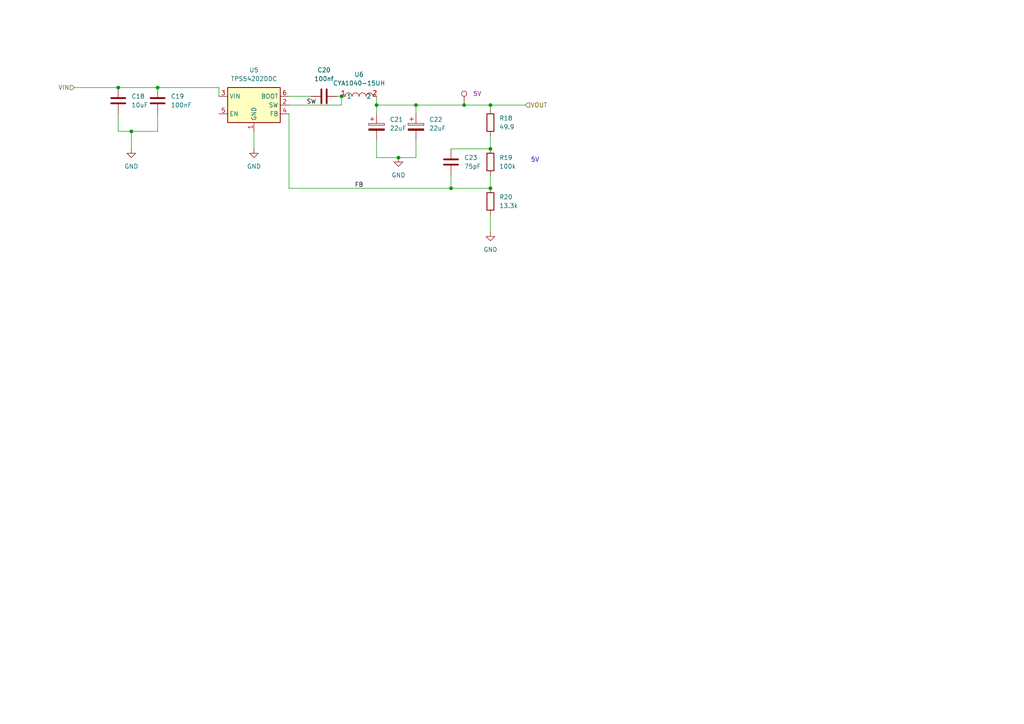
<source format=kicad_sch>
(kicad_sch (version 20250114) (generator "eeschema") (generator_version "9.0")
  (paper "A4")
  (lib_symbols
    (symbol "Device:C" (pin_numbers (hide yes)) (pin_names (offset 0.254))
      (property "Reference" "C" (at 0.635 2.54 0))
      (property "Value" "C" (at 0.635 -2.54 0))
      (symbol "C_0_1"
        (polyline (pts (xy -2.032 0.762) (xy 2.032 0.762)) (stroke (width 0.508)))
        (polyline (pts (xy -2.032 -0.762) (xy 2.032 -0.762)) (stroke (width 0.508)))
      )
      (symbol "C_1_1"
        (pin passive line (at 0 3.81 270) (length 2.794) (name "~") (number "1"))
        (pin passive line (at 0 -3.81 90) (length 2.794) (name "~") (number "2"))
      )
    )
    (symbol "Device:C_Polarized" (pin_numbers (hide yes)) (pin_names (offset 0.254))
      (property "Reference" "C" (at 0.635 2.54 0))
      (property "Value" "C_Polarized" (at 0.635 -2.54 0))
      (symbol "C_Polarized_0_1"
        (rectangle (start -2.286 0.508) (end 2.286 1.016))
        (polyline (pts (xy -1.778 2.286) (xy -0.762 2.286)))
        (polyline (pts (xy -1.27 2.794) (xy -1.27 1.778)))
        (rectangle (start 2.286 -0.508) (end -2.286 -1.016) (fill (type outline)))
      )
      (symbol "C_Polarized_1_1"
        (pin passive line (at 0 3.81 270) (length 2.794) (name "~") (number "1"))
        (pin passive line (at 0 -3.81 90) (length 2.794) (name "~") (number "2"))
      )
    )
    (symbol "Device:R" (pin_numbers (hide yes)) (pin_names (offset 0))
      (property "Reference" "R" (at 2.032 0 90))
      (property "Value" "R" (at 0 0 90))
      (symbol "R_0_1"
        (rectangle (start -1.016 -2.54) (end 1.016 2.54) (stroke (width 0.254)))
      )
      (symbol "R_1_1"
        (pin passive line (at 0 3.81 270) (length 1.27) (name "~") (number "1"))
        (pin passive line (at 0 -3.81 90) (length 1.27) (name "~") (number "2"))
      )
    )
    (symbol "Regulator_Switching:TPS54202DDC"
      (property "Reference" "U" (at -7.62 6.35 0))
      (property "Value" "TPS54202DDC" (at 0 6.35 0))
      (symbol "TPS54202DDC_0_1"
        (rectangle (start -7.62 5.08) (end 7.62 -5.08) (stroke (width 0.254)) (fill (type background)))
      )
      (symbol "TPS54202DDC_1_1"
        (pin power_in line (at -10.16 2.54 0) (length 2.54) (name "VIN") (number "3"))
        (pin input line (at -10.16 -2.54 0) (length 2.54) (name "EN") (number "5"))
        (pin power_in line (at 0 -7.62 90) (length 2.54) (name "GND") (number "1"))
        (pin passive line (at 10.16 2.54 180) (length 2.54) (name "BOOT") (number "6"))
        (pin power_out line (at 10.16 0 180) (length 2.54) (name "SW") (number "2"))
        (pin input line (at 10.16 -2.54 180) (length 2.54) (name "FB") (number "4"))
      )
    )
    (symbol "easyeda2kicad:CYA1040-15UH"
      (property "Reference" "U" (at 0 5.08 0))
      (property "Value" "CYA1040-15UH" (at 0 -5.08 0))
      (symbol "CYA1040-15UH_0_1"
        (arc (start -4.06 -0.01) (mid -3.055 1.013) (end -2.03 0.01))
        (arc (start -2.03 -0.01) (mid -1.025 1.013) (end 0 0.01))
        (arc (start 0 -0.01) (mid 1.005 1.013) (end 2.03 0.01))
        (arc (start 2.03 -0.01) (mid 3.035 1.013) (end 4.06 0.01))
        (pin unspecified line (at -5.08 0 0) (length 1.016) (name "1") (number "1"))
        (pin unspecified line (at 5.08 0 180) (length 1.016) (name "2") (number "2"))
      )
    )
    (symbol "easyeda2kicad:LabeledTestPoint" (pin_numbers (hide yes)) (pin_names (offset 0.762) (hide yes)) (in_bom no)
      (property "Label" "label" (at 0 5.08 0))
      (symbol "LabeledTestPoint_0_1"
        (circle (center 0 3.302) (radius 0.762))
      )
      (symbol "LabeledTestPoint_1_1"
        (pin passive line (at 0 0 90) (length 2.54) (name "1") (number "1"))
      )
    )
    (symbol "power:GND" (power) (pin_numbers (hide yes)) (pin_names (offset 0) (hide yes))
      (property "Value" "GND" (at 0 -3.81 0))
      (symbol "GND_0_1"
        (polyline (pts (xy 0 0) (xy 0 -1.27) (xy 1.27 -1.27) (xy 0 -2.54) (xy -1.27 -1.27) (xy 0 -1.27)))
      )
      (symbol "GND_1_1"
        (pin power_in line (at 0 0 270) (length 0) (name "~") (number "1"))
      )
    )
  )
  (text "5V" (at 155.194 46.482 0) (effects (font (size 1.27 1.27))))
  (junction (at 142.24 43.18))
  (junction (at 142.24 54.61))
  (junction (at 99.06 27.94))
  (junction (at 142.24 30.48))
  (junction (at 134.62 30.48))
  (junction (at 109.22 30.48))
  (junction (at 34.29 25.4))
  (junction (at 115.57 45.72))
  (junction (at 130.81 54.61))
  (junction (at 38.1 38.1))
  (junction (at 45.72 25.4))
  (junction (at 120.65 30.48))
  (wire (pts (xy 109.22 40.64) (xy 109.22 45.72)))
  (wire (pts (xy 34.29 25.4) (xy 45.72 25.4)))
  (wire (pts (xy 142.24 30.48) (xy 142.24 31.75)))
  (wire (pts (xy 142.24 30.48) (xy 152.4 30.48)))
  (wire (pts (xy 109.22 45.72) (xy 115.57 45.72)))
  (wire (pts (xy 142.24 50.8) (xy 142.24 54.61)))
  (wire (pts (xy 73.66 38.1) (xy 73.66 43.18)))
  (wire (pts (xy 120.65 30.48) (xy 120.65 33.02)))
  (wire (pts (xy 142.24 62.23) (xy 142.24 67.31)))
  (wire (pts (xy 130.81 54.61) (xy 130.81 50.8)))
  (wire (pts (xy 45.72 25.4) (xy 63.5 25.4)))
  (wire (pts (xy 83.82 54.61) (xy 130.81 54.61)))
  (wire (pts (xy 120.65 30.48) (xy 134.62 30.48)))
  (wire (pts (xy 109.22 27.94) (xy 109.22 30.48)))
  (wire (pts (xy 45.72 38.1) (xy 38.1 38.1)))
  (wire (pts (xy 34.29 33.02) (xy 34.29 38.1)))
  (wire (pts (xy 130.81 54.61) (xy 142.24 54.61)))
  (wire (pts (xy 142.24 43.18) (xy 130.81 43.18)))
  (wire (pts (xy 38.1 38.1) (xy 38.1 43.18)))
  (wire (pts (xy 109.22 30.48) (xy 120.65 30.48)))
  (wire (pts (xy 115.57 45.72) (xy 120.65 45.72)))
  (wire (pts (xy 83.82 33.02) (xy 83.82 54.61)))
  (wire (pts (xy 45.72 33.02) (xy 45.72 38.1)))
  (wire (pts (xy 63.5 25.4) (xy 63.5 27.94)))
  (wire (pts (xy 21.59 25.4) (xy 34.29 25.4)))
  (wire (pts (xy 134.62 30.48) (xy 142.24 30.48)))
  (wire (pts (xy 83.82 30.48) (xy 99.06 30.48)))
  (wire (pts (xy 97.79 27.94) (xy 99.06 27.94)))
  (wire (pts (xy 142.24 39.37) (xy 142.24 43.18)))
  (wire (pts (xy 120.65 40.64) (xy 120.65 45.72)))
  (wire (pts (xy 99.06 27.94) (xy 99.06 30.48)))
  (wire (pts (xy 83.82 27.94) (xy 90.17 27.94)))
  (wire (pts (xy 34.29 38.1) (xy 38.1 38.1)))
  (wire (pts (xy 109.22 30.48) (xy 109.22 33.02)))
  (label "FB" (at 102.87 54.61 0))
  (label "SW" (at 88.9 30.48 0))
  (hierarchical_label "VIN" (shape input) (at 21.59 25.4 180))
  (hierarchical_label "VOUT" (shape input) (at 152.4 30.48 0))
  (symbol (lib_id "power:GND") (at 142.24 67.31 0) (unit 1)
    (property "Reference" "#PWR027" (effects (hide yes)))
    (property "Value" "GND" (at 142.24 72.39 0))
    (property "Description" "Power symbol creates a global label with name \"GND\" , ground" (effects (hide yes)))
  )
  (symbol (lib_id "power:GND") (at 38.1 43.18 0) (unit 1)
    (property "Reference" "#PWR024" (effects (hide yes)))
    (property "Value" "GND" (at 38.1 48.26 0))
    (property "Description" "Power symbol creates a global label with name \"GND\" , ground" (effects (hide yes)))
  )
  (symbol (lib_id "Device:R") (at 142.24 46.99 0) (unit 1)
    (property "Reference" "R19" (at 144.78 45.7199 0) (effects (justify left)))
    (property "Value" "100k" (at 144.78 48.2599 0) (effects (justify left)))
    (property "Footprint" "Resistor_SMD:R_0603_1608Metric" (effects (hide yes)))
    (property "Description" "Resistor" (effects (hide yes)))
  )
  (symbol (lib_id "Device:C") (at 130.81 46.99 180) (unit 1)
    (property "Reference" "C23" (at 134.62 45.7199 0) (effects (justify right)))
    (property "Value" "75pF" (at 134.62 48.2599 0) (effects (justify right)))
    (property "Footprint" "Capacitor_SMD:C_0603_1608Metric" (effects (hide yes)))
    (property "Description" "Unpolarized capacitor" (effects (hide yes)))
  )
  (symbol (lib_id "Device:C") (at 45.72 29.21 0) (unit 1)
    (property "Reference" "C19" (at 49.53 27.9399 0) (effects (justify left)))
    (property "Value" "100nF" (at 49.53 30.4799 0) (effects (justify left)))
    (property "Footprint" "Capacitor_SMD:C_0603_1608Metric" (effects (hide yes)))
    (property "Description" "Unpolarized capacitor" (effects (hide yes)))
  )
  (symbol (lib_id "Device:R") (at 142.24 35.56 0) (unit 1)
    (property "Reference" "R18" (at 144.78 34.2899 0) (effects (justify left)))
    (property "Value" "49.9" (at 144.78 36.8299 0) (effects (justify left)))
    (property "Footprint" "Resistor_SMD:R_0603_1608Metric" (effects (hide yes)))
    (property "Description" "Resistor" (effects (hide yes)))
  )
  (symbol (lib_id "Regulator_Switching:TPS54202DDC") (at 73.66 30.48 0) (unit 1)
    (property "Reference" "U5" (at 73.66 20.32 0))
    (property "Value" "TPS54202DDC" (at 73.66 22.86 0))
    (property "Footprint" "Package_TO_SOT_SMD:SOT-23-6" (effects (hide yes)))
    (property "Datasheet" "http://www.ti.com/lit/ds/symlink/tps54202.pdf" (effects (hide yes)))
    (property "Description" "2A, 4.5 to 28V Input, EMI Friendly integrated switch synchronous step-down regulator, pulse-skipping, SOT-23-6" (effects (hide yes)))
  )
  (symbol (lib_id "Device:C") (at 34.29 29.21 0) (unit 1)
    (property "Reference" "C18" (at 38.1 27.9399 0) (effects (justify left)))
    (property "Value" "10uF" (at 38.1 30.4799 0) (effects (justify left)))
    (property "Footprint" "Capacitor_SMD:C_0603_1608Metric" (effects (hide yes)))
    (property "Description" "Unpolarized capacitor" (effects (hide yes)))
  )
  (symbol (lib_id "power:GND") (at 115.57 45.72 0) (unit 1)
    (property "Reference" "#PWR026" (effects (hide yes)))
    (property "Value" "GND" (at 115.57 50.8 0))
    (property "Description" "Power symbol creates a global label with name \"GND\" , ground" (effects (hide yes)))
  )
  (symbol (lib_id "Device:C_Polarized") (at 120.65 36.83 0) (unit 1)
    (property "Reference" "C22" (at 124.46 34.6709 0) (effects (justify left)))
    (property "Value" "22uF" (at 124.46 37.2109 0) (effects (justify left)))
    (property "Footprint" "Capacitor_SMD:C_Elec_5x5.8" (effects (hide yes)))
    (property "Description" "Polarized capacitor" (effects (hide yes)))
    (property "LCSC Part" "C336246" (effects (hide yes)))
  )
  (symbol (lib_id "easyeda2kicad:CYA1040-15UH") (at 104.14 27.94 0) (unit 1)
    (property "Reference" "U6" (at 104.14 21.59 0))
    (property "Value" "CYA1040-15UH" (at 104.14 24.13 0))
    (property "Footprint" "easyeda2kicad:IND-SMD_L11.6-W10.1" (effects (hide yes)))
    (property "LCSC Part" "C6364678" (effects (hide yes)))
  )
  (symbol (lib_id "easyeda2kicad:LabeledTestPoint") (at 134.62 30.48 0) (unit 1) (in_bom no)
    (property "Reference" "TP4" (effects (hide yes)))
    (property "Value" "LabeledTestPoint" (effects (hide yes)))
    (property "Footprint" "easyeda2kicad:LabeledTestPoint" (effects (hide yes)))
    (property "Description" "test point" (effects (hide yes)))
    (property "Label" "5V" (at 137.16 27.1779 0) (effects (justify left)))
  )
  (symbol (lib_id "Device:C") (at 93.98 27.94 90) (unit 1)
    (property "Reference" "C20" (at 93.98 20.32 90))
    (property "Value" "100nf" (at 93.98 22.86 90))
    (property "Footprint" "Capacitor_SMD:C_0603_1608Metric" (effects (hide yes)))
    (property "Description" "Unpolarized capacitor" (effects (hide yes)))
  )
  (symbol (lib_id "Device:C_Polarized") (at 109.22 36.83 0) (unit 1)
    (property "Reference" "C21" (at 113.03 34.6709 0) (effects (justify left)))
    (property "Value" "22uF" (at 113.03 37.2109 0) (effects (justify left)))
    (property "Footprint" "Capacitor_SMD:C_Elec_5x5.8" (effects (hide yes)))
    (property "Description" "Polarized capacitor" (effects (hide yes)))
    (property "LCSC Part" "C336246" (effects (hide yes)))
  )
  (symbol (lib_id "Device:R") (at 142.24 58.42 0) (unit 1)
    (property "Reference" "R20" (at 144.78 57.1499 0) (effects (justify left)))
    (property "Value" "13.3k" (at 144.78 59.6899 0) (effects (justify left)))
    (property "Footprint" "Resistor_SMD:R_0603_1608Metric" (effects (hide yes)))
    (property "Description" "Resistor" (effects (hide yes)))
  )
  (symbol (lib_id "power:GND") (at 73.66 43.18 0) (unit 1)
    (property "Reference" "#PWR025" (effects (hide yes)))
    (property "Value" "GND" (at 73.66 48.26 0))
    (property "Description" "Power symbol creates a global label with name \"GND\" , ground" (effects (hide yes)))
  )
)
</source>
